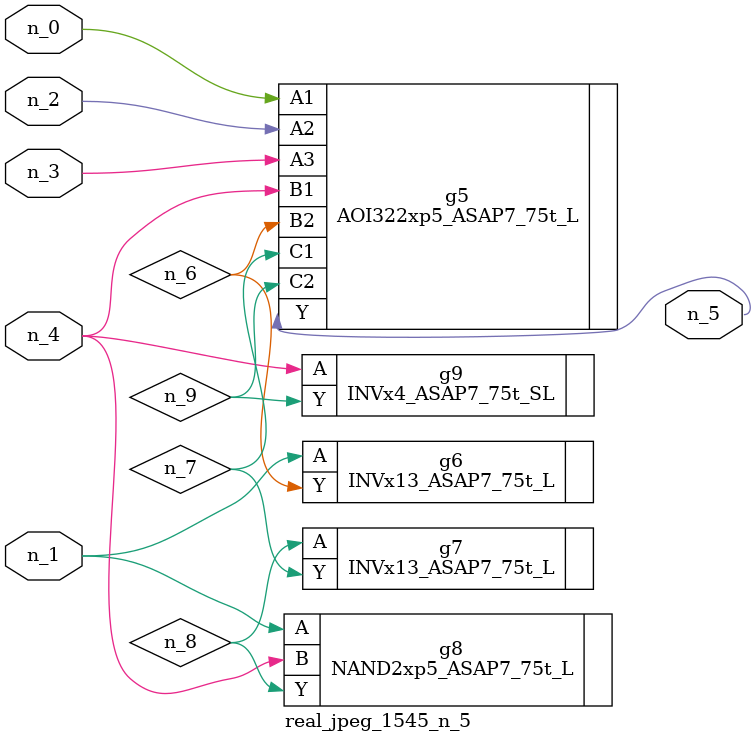
<source format=v>
module real_jpeg_1545_n_5 (n_4, n_0, n_1, n_2, n_3, n_5);

input n_4;
input n_0;
input n_1;
input n_2;
input n_3;

output n_5;

wire n_8;
wire n_6;
wire n_7;
wire n_9;

AOI322xp5_ASAP7_75t_L g5 ( 
.A1(n_0),
.A2(n_2),
.A3(n_3),
.B1(n_4),
.B2(n_6),
.C1(n_7),
.C2(n_9),
.Y(n_5)
);

INVx13_ASAP7_75t_L g6 ( 
.A(n_1),
.Y(n_6)
);

NAND2xp5_ASAP7_75t_L g8 ( 
.A(n_1),
.B(n_4),
.Y(n_8)
);

INVx4_ASAP7_75t_SL g9 ( 
.A(n_4),
.Y(n_9)
);

INVx13_ASAP7_75t_L g7 ( 
.A(n_8),
.Y(n_7)
);


endmodule
</source>
